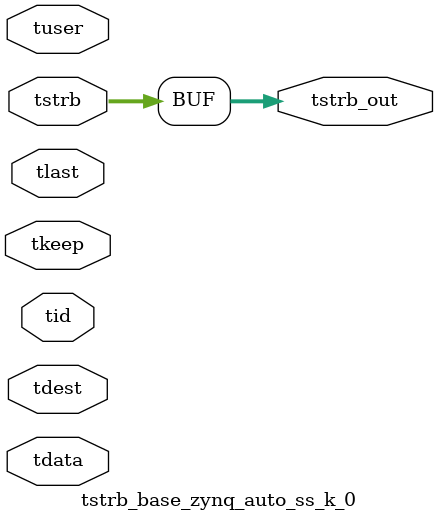
<source format=v>


`timescale 1ps/1ps

module tstrb_base_zynq_auto_ss_k_0 #
(
parameter C_S_AXIS_TDATA_WIDTH = 32,
parameter C_S_AXIS_TUSER_WIDTH = 0,
parameter C_S_AXIS_TID_WIDTH   = 0,
parameter C_S_AXIS_TDEST_WIDTH = 0,
parameter C_M_AXIS_TDATA_WIDTH = 32
)
(
input  [(C_S_AXIS_TDATA_WIDTH == 0 ? 1 : C_S_AXIS_TDATA_WIDTH)-1:0     ] tdata,
input  [(C_S_AXIS_TUSER_WIDTH == 0 ? 1 : C_S_AXIS_TUSER_WIDTH)-1:0     ] tuser,
input  [(C_S_AXIS_TID_WIDTH   == 0 ? 1 : C_S_AXIS_TID_WIDTH)-1:0       ] tid,
input  [(C_S_AXIS_TDEST_WIDTH == 0 ? 1 : C_S_AXIS_TDEST_WIDTH)-1:0     ] tdest,
input  [(C_S_AXIS_TDATA_WIDTH/8)-1:0 ] tkeep,
input  [(C_S_AXIS_TDATA_WIDTH/8)-1:0 ] tstrb,
input                                                                    tlast,
output [(C_M_AXIS_TDATA_WIDTH/8)-1:0 ] tstrb_out
);

assign tstrb_out = {tstrb[3:0]};

endmodule


</source>
